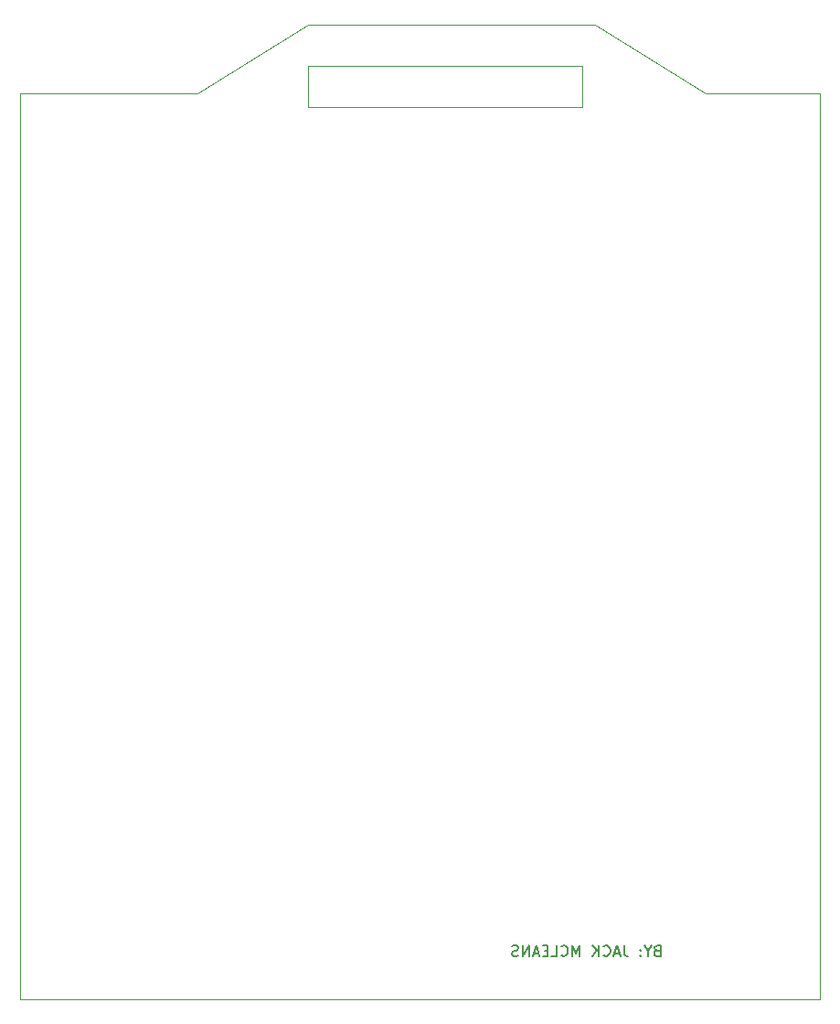
<source format=gbr>
G04 #@! TF.GenerationSoftware,KiCad,Pcbnew,(5.1.2)-2*
G04 #@! TF.CreationDate,2020-01-10T15:24:26+03:00*
G04 #@! TF.ProjectId,DINODE,44494e4f-4445-42e6-9b69-6361645f7063,rev?*
G04 #@! TF.SameCoordinates,Original*
G04 #@! TF.FileFunction,Legend,Bot*
G04 #@! TF.FilePolarity,Positive*
%FSLAX46Y46*%
G04 Gerber Fmt 4.6, Leading zero omitted, Abs format (unit mm)*
G04 Created by KiCad (PCBNEW (5.1.2)-2) date 2020-01-10 15:24:26*
%MOMM*%
%LPD*%
G04 APERTURE LIST*
%ADD10C,0.050000*%
%ADD11C,0.150000*%
G04 APERTURE END LIST*
D10*
X159131000Y-129540000D02*
X130810000Y-129540000D01*
X159131000Y-60198000D02*
X159131000Y-129540000D01*
X159131000Y-45720000D02*
X148590000Y-45720000D01*
X159131000Y-60198000D02*
X159131000Y-45720000D01*
D11*
X144064809Y-125023571D02*
X143921952Y-125071190D01*
X143874333Y-125118809D01*
X143826714Y-125214047D01*
X143826714Y-125356904D01*
X143874333Y-125452142D01*
X143921952Y-125499761D01*
X144017190Y-125547380D01*
X144398142Y-125547380D01*
X144398142Y-124547380D01*
X144064809Y-124547380D01*
X143969571Y-124595000D01*
X143921952Y-124642619D01*
X143874333Y-124737857D01*
X143874333Y-124833095D01*
X143921952Y-124928333D01*
X143969571Y-124975952D01*
X144064809Y-125023571D01*
X144398142Y-125023571D01*
X143207666Y-125071190D02*
X143207666Y-125547380D01*
X143541000Y-124547380D02*
X143207666Y-125071190D01*
X142874333Y-124547380D01*
X142541000Y-125452142D02*
X142493380Y-125499761D01*
X142541000Y-125547380D01*
X142588619Y-125499761D01*
X142541000Y-125452142D01*
X142541000Y-125547380D01*
X142541000Y-124928333D02*
X142493380Y-124975952D01*
X142541000Y-125023571D01*
X142588619Y-124975952D01*
X142541000Y-124928333D01*
X142541000Y-125023571D01*
X141017190Y-124547380D02*
X141017190Y-125261666D01*
X141064809Y-125404523D01*
X141160047Y-125499761D01*
X141302904Y-125547380D01*
X141398142Y-125547380D01*
X140588619Y-125261666D02*
X140112428Y-125261666D01*
X140683857Y-125547380D02*
X140350523Y-124547380D01*
X140017190Y-125547380D01*
X139112428Y-125452142D02*
X139160047Y-125499761D01*
X139302904Y-125547380D01*
X139398142Y-125547380D01*
X139541000Y-125499761D01*
X139636238Y-125404523D01*
X139683857Y-125309285D01*
X139731476Y-125118809D01*
X139731476Y-124975952D01*
X139683857Y-124785476D01*
X139636238Y-124690238D01*
X139541000Y-124595000D01*
X139398142Y-124547380D01*
X139302904Y-124547380D01*
X139160047Y-124595000D01*
X139112428Y-124642619D01*
X138683857Y-125547380D02*
X138683857Y-124547380D01*
X138112428Y-125547380D02*
X138541000Y-124975952D01*
X138112428Y-124547380D02*
X138683857Y-125118809D01*
X136921952Y-125547380D02*
X136921952Y-124547380D01*
X136588619Y-125261666D01*
X136255285Y-124547380D01*
X136255285Y-125547380D01*
X135207666Y-125452142D02*
X135255285Y-125499761D01*
X135398142Y-125547380D01*
X135493380Y-125547380D01*
X135636238Y-125499761D01*
X135731476Y-125404523D01*
X135779095Y-125309285D01*
X135826714Y-125118809D01*
X135826714Y-124975952D01*
X135779095Y-124785476D01*
X135731476Y-124690238D01*
X135636238Y-124595000D01*
X135493380Y-124547380D01*
X135398142Y-124547380D01*
X135255285Y-124595000D01*
X135207666Y-124642619D01*
X134302904Y-125547380D02*
X134779095Y-125547380D01*
X134779095Y-124547380D01*
X133969571Y-125023571D02*
X133636238Y-125023571D01*
X133493380Y-125547380D02*
X133969571Y-125547380D01*
X133969571Y-124547380D01*
X133493380Y-124547380D01*
X133112428Y-125261666D02*
X132636238Y-125261666D01*
X133207666Y-125547380D02*
X132874333Y-124547380D01*
X132541000Y-125547380D01*
X132207666Y-125547380D02*
X132207666Y-124547380D01*
X131636238Y-125547380D01*
X131636238Y-124547380D01*
X131207666Y-125499761D02*
X131064809Y-125547380D01*
X130826714Y-125547380D01*
X130731476Y-125499761D01*
X130683857Y-125452142D01*
X130636238Y-125356904D01*
X130636238Y-125261666D01*
X130683857Y-125166428D01*
X130731476Y-125118809D01*
X130826714Y-125071190D01*
X131017190Y-125023571D01*
X131112428Y-124975952D01*
X131160047Y-124928333D01*
X131207666Y-124833095D01*
X131207666Y-124737857D01*
X131160047Y-124642619D01*
X131112428Y-124595000D01*
X131017190Y-124547380D01*
X130779095Y-124547380D01*
X130636238Y-124595000D01*
D10*
X137160000Y-43180000D02*
X111760000Y-43180000D01*
X137160000Y-46990000D02*
X137160000Y-43180000D01*
X111760000Y-46990000D02*
X137160000Y-46990000D01*
X111760000Y-43180000D02*
X111760000Y-46990000D01*
X138303000Y-39370000D02*
X148590000Y-45720000D01*
X136017000Y-39370000D02*
X138303000Y-39370000D01*
X111760000Y-39370000D02*
X136017000Y-39370000D01*
X101473000Y-45720000D02*
X111760000Y-39370000D01*
X86995000Y-45720000D02*
X101473000Y-45720000D01*
X85090000Y-45720000D02*
X86995000Y-45720000D01*
X85090000Y-129540000D02*
X90170000Y-129540000D01*
X85090000Y-45720000D02*
X85090000Y-129540000D01*
X90170000Y-129540000D02*
X130810000Y-129540000D01*
M02*

</source>
